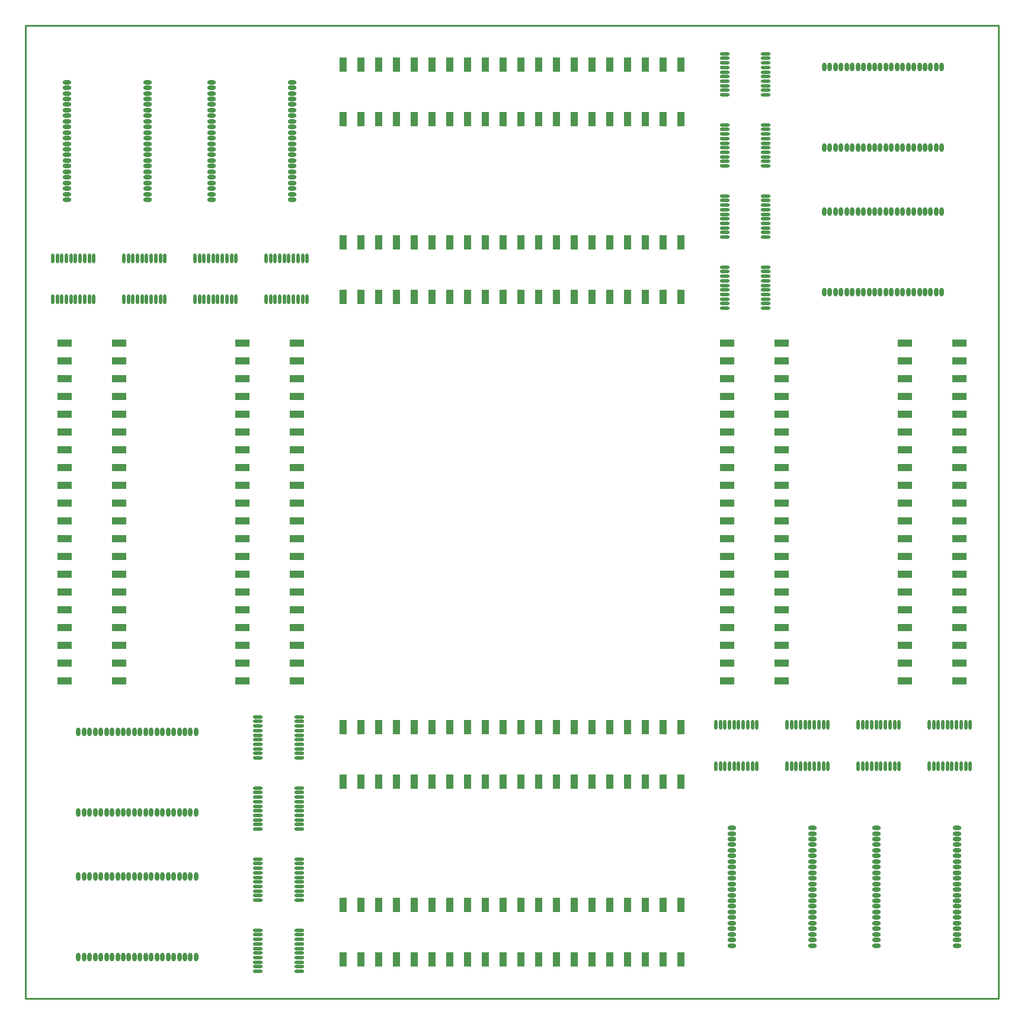
<source format=gtp>
G04 Layer_Color=8421504*
%FSLAX25Y25*%
%MOIN*%
G70*
G01*
G75*
%ADD10O,0.02461X0.04724*%
%ADD11O,0.04724X0.02461*%
%ADD12O,0.05512X0.01870*%
%ADD13O,0.01870X0.05512*%
%ADD14R,0.03937X0.07874*%
%ADD15R,0.07874X0.03937*%
%ADD17C,0.01000*%
D10*
X29929Y104862D02*
D03*
X33079D02*
D03*
X36228D02*
D03*
X39378D02*
D03*
X42528D02*
D03*
X45677D02*
D03*
X48827D02*
D03*
X51976D02*
D03*
X55126D02*
D03*
X58276D02*
D03*
X61425D02*
D03*
X64575D02*
D03*
X67724D02*
D03*
X70874D02*
D03*
X74024D02*
D03*
X77173D02*
D03*
X80323D02*
D03*
X83472D02*
D03*
X86622D02*
D03*
X89772D02*
D03*
X92921D02*
D03*
X96071D02*
D03*
X29929Y150138D02*
D03*
X33079D02*
D03*
X36228D02*
D03*
X39378D02*
D03*
X42528D02*
D03*
X45677D02*
D03*
X48827D02*
D03*
X51976D02*
D03*
X55126D02*
D03*
X58276D02*
D03*
X61425D02*
D03*
X64575D02*
D03*
X67724D02*
D03*
X70874D02*
D03*
X74024D02*
D03*
X77173D02*
D03*
X80323D02*
D03*
X83472D02*
D03*
X86622D02*
D03*
X89772D02*
D03*
X92921D02*
D03*
X96071D02*
D03*
X515571Y442638D02*
D03*
X512421D02*
D03*
X509272D02*
D03*
X506122D02*
D03*
X502972D02*
D03*
X499823D02*
D03*
X496673D02*
D03*
X493524D02*
D03*
X490374D02*
D03*
X487224D02*
D03*
X484075D02*
D03*
X480925D02*
D03*
X477776D02*
D03*
X474626D02*
D03*
X471476D02*
D03*
X468327D02*
D03*
X465177D02*
D03*
X462028D02*
D03*
X458878D02*
D03*
X455728D02*
D03*
X452579D02*
D03*
X449429D02*
D03*
X515571Y397362D02*
D03*
X512421D02*
D03*
X509272D02*
D03*
X506122D02*
D03*
X502972D02*
D03*
X499823D02*
D03*
X496673D02*
D03*
X493524D02*
D03*
X490374D02*
D03*
X487224D02*
D03*
X484075D02*
D03*
X480925D02*
D03*
X477776D02*
D03*
X474626D02*
D03*
X471476D02*
D03*
X468327D02*
D03*
X465177D02*
D03*
X462028D02*
D03*
X458878D02*
D03*
X455728D02*
D03*
X452579D02*
D03*
X449429D02*
D03*
Y478862D02*
D03*
X452579D02*
D03*
X455728D02*
D03*
X458878D02*
D03*
X462028D02*
D03*
X465177D02*
D03*
X468327D02*
D03*
X471476D02*
D03*
X474626D02*
D03*
X477776D02*
D03*
X480925D02*
D03*
X484075D02*
D03*
X487224D02*
D03*
X490374D02*
D03*
X493524D02*
D03*
X496673D02*
D03*
X499823D02*
D03*
X502972D02*
D03*
X506122D02*
D03*
X509272D02*
D03*
X512421D02*
D03*
X515571D02*
D03*
X449429Y524138D02*
D03*
X452579D02*
D03*
X455728D02*
D03*
X458878D02*
D03*
X462028D02*
D03*
X465177D02*
D03*
X468327D02*
D03*
X471476D02*
D03*
X474626D02*
D03*
X477776D02*
D03*
X480925D02*
D03*
X484075D02*
D03*
X487224D02*
D03*
X490374D02*
D03*
X493524D02*
D03*
X496673D02*
D03*
X499823D02*
D03*
X502972D02*
D03*
X506122D02*
D03*
X509272D02*
D03*
X512421D02*
D03*
X515571D02*
D03*
X96071Y68638D02*
D03*
X92921D02*
D03*
X89772D02*
D03*
X86622D02*
D03*
X83472D02*
D03*
X80323D02*
D03*
X77173D02*
D03*
X74024D02*
D03*
X70874D02*
D03*
X67724D02*
D03*
X64575D02*
D03*
X61425D02*
D03*
X58276D02*
D03*
X55126D02*
D03*
X51976D02*
D03*
X48827D02*
D03*
X45677D02*
D03*
X42528D02*
D03*
X39378D02*
D03*
X36228D02*
D03*
X33079D02*
D03*
X29929D02*
D03*
X96071Y23362D02*
D03*
X92921D02*
D03*
X89772D02*
D03*
X86622D02*
D03*
X83472D02*
D03*
X80323D02*
D03*
X77173D02*
D03*
X74024D02*
D03*
X70874D02*
D03*
X67724D02*
D03*
X64575D02*
D03*
X61425D02*
D03*
X58276D02*
D03*
X55126D02*
D03*
X51976D02*
D03*
X48827D02*
D03*
X45677D02*
D03*
X42528D02*
D03*
X39378D02*
D03*
X36228D02*
D03*
X33079D02*
D03*
X29929D02*
D03*
D11*
X478862Y96071D02*
D03*
Y92921D02*
D03*
Y89772D02*
D03*
Y86622D02*
D03*
Y83472D02*
D03*
Y80323D02*
D03*
Y77173D02*
D03*
Y74024D02*
D03*
Y70874D02*
D03*
Y67724D02*
D03*
Y64575D02*
D03*
Y61425D02*
D03*
Y58276D02*
D03*
Y55126D02*
D03*
Y51976D02*
D03*
Y48827D02*
D03*
Y45677D02*
D03*
Y42528D02*
D03*
Y39378D02*
D03*
Y36228D02*
D03*
Y33079D02*
D03*
Y29929D02*
D03*
X524138Y96071D02*
D03*
Y92921D02*
D03*
Y89772D02*
D03*
Y86622D02*
D03*
Y83472D02*
D03*
Y80323D02*
D03*
Y77173D02*
D03*
Y74024D02*
D03*
Y70874D02*
D03*
Y67724D02*
D03*
Y64575D02*
D03*
Y61425D02*
D03*
Y58276D02*
D03*
Y55126D02*
D03*
Y51976D02*
D03*
Y48827D02*
D03*
Y45677D02*
D03*
Y42528D02*
D03*
Y39378D02*
D03*
Y36228D02*
D03*
Y33079D02*
D03*
Y29929D02*
D03*
X23362Y515571D02*
D03*
Y512421D02*
D03*
Y509272D02*
D03*
Y506122D02*
D03*
Y502972D02*
D03*
Y499823D02*
D03*
Y496673D02*
D03*
Y493524D02*
D03*
Y490374D02*
D03*
Y487224D02*
D03*
Y484075D02*
D03*
Y480925D02*
D03*
Y477776D02*
D03*
Y474626D02*
D03*
Y471476D02*
D03*
Y468327D02*
D03*
Y465177D02*
D03*
Y462028D02*
D03*
Y458878D02*
D03*
Y455728D02*
D03*
Y452579D02*
D03*
Y449429D02*
D03*
X68638Y515571D02*
D03*
Y512421D02*
D03*
Y509272D02*
D03*
Y506122D02*
D03*
Y502972D02*
D03*
Y499823D02*
D03*
Y496673D02*
D03*
Y493524D02*
D03*
Y490374D02*
D03*
Y487224D02*
D03*
Y484075D02*
D03*
Y480925D02*
D03*
Y477776D02*
D03*
Y474626D02*
D03*
Y471476D02*
D03*
Y468327D02*
D03*
Y465177D02*
D03*
Y462028D02*
D03*
Y458878D02*
D03*
Y455728D02*
D03*
Y452579D02*
D03*
Y449429D02*
D03*
X150138D02*
D03*
Y452579D02*
D03*
Y455728D02*
D03*
Y458878D02*
D03*
Y462028D02*
D03*
Y465177D02*
D03*
Y468327D02*
D03*
Y471476D02*
D03*
Y474626D02*
D03*
Y477776D02*
D03*
Y480925D02*
D03*
Y484075D02*
D03*
Y487224D02*
D03*
Y490374D02*
D03*
Y493524D02*
D03*
Y496673D02*
D03*
Y499823D02*
D03*
Y502972D02*
D03*
Y506122D02*
D03*
Y509272D02*
D03*
Y512421D02*
D03*
Y515571D02*
D03*
X104862Y449429D02*
D03*
Y452579D02*
D03*
Y455728D02*
D03*
Y458878D02*
D03*
Y462028D02*
D03*
Y465177D02*
D03*
Y468327D02*
D03*
Y471476D02*
D03*
Y474626D02*
D03*
Y477776D02*
D03*
Y480925D02*
D03*
Y484075D02*
D03*
Y487224D02*
D03*
Y490374D02*
D03*
Y493524D02*
D03*
Y496673D02*
D03*
Y499823D02*
D03*
Y502972D02*
D03*
Y506122D02*
D03*
Y509272D02*
D03*
Y512421D02*
D03*
Y515571D02*
D03*
X442638Y29929D02*
D03*
Y33079D02*
D03*
Y36228D02*
D03*
Y39378D02*
D03*
Y42528D02*
D03*
Y45677D02*
D03*
Y48827D02*
D03*
Y51976D02*
D03*
Y55126D02*
D03*
Y58276D02*
D03*
Y61425D02*
D03*
Y64575D02*
D03*
Y67724D02*
D03*
Y70874D02*
D03*
Y74024D02*
D03*
Y77173D02*
D03*
Y80323D02*
D03*
Y83472D02*
D03*
Y86622D02*
D03*
Y89772D02*
D03*
Y92921D02*
D03*
Y96071D02*
D03*
X397362Y29929D02*
D03*
Y33079D02*
D03*
Y36228D02*
D03*
Y39378D02*
D03*
Y42528D02*
D03*
Y45677D02*
D03*
Y48827D02*
D03*
Y51976D02*
D03*
Y55126D02*
D03*
Y58276D02*
D03*
Y61425D02*
D03*
Y64575D02*
D03*
Y67724D02*
D03*
Y70874D02*
D03*
Y74024D02*
D03*
Y77173D02*
D03*
Y80323D02*
D03*
Y83472D02*
D03*
Y86622D02*
D03*
Y89772D02*
D03*
Y92921D02*
D03*
Y96071D02*
D03*
D12*
X130886Y38516D02*
D03*
Y35957D02*
D03*
Y33398D02*
D03*
Y30839D02*
D03*
Y28280D02*
D03*
Y25720D02*
D03*
Y23161D02*
D03*
Y20602D02*
D03*
Y18043D02*
D03*
Y15484D02*
D03*
X154114Y38516D02*
D03*
Y35957D02*
D03*
Y33398D02*
D03*
Y30839D02*
D03*
Y28280D02*
D03*
Y25720D02*
D03*
Y23161D02*
D03*
Y20602D02*
D03*
Y18043D02*
D03*
Y15484D02*
D03*
X130886Y78516D02*
D03*
Y75957D02*
D03*
Y73398D02*
D03*
Y70839D02*
D03*
Y68280D02*
D03*
Y65720D02*
D03*
Y63161D02*
D03*
Y60602D02*
D03*
Y58043D02*
D03*
Y55484D02*
D03*
X154114Y78516D02*
D03*
Y75957D02*
D03*
Y73398D02*
D03*
Y70839D02*
D03*
Y68280D02*
D03*
Y65720D02*
D03*
Y63161D02*
D03*
Y60602D02*
D03*
Y58043D02*
D03*
Y55484D02*
D03*
X130886Y118516D02*
D03*
Y115957D02*
D03*
Y113398D02*
D03*
Y110839D02*
D03*
Y108280D02*
D03*
Y105720D02*
D03*
Y103161D02*
D03*
Y100602D02*
D03*
Y98043D02*
D03*
Y95484D02*
D03*
X154114Y118516D02*
D03*
Y115957D02*
D03*
Y113398D02*
D03*
Y110839D02*
D03*
Y108280D02*
D03*
Y105720D02*
D03*
Y103161D02*
D03*
Y100602D02*
D03*
Y98043D02*
D03*
Y95484D02*
D03*
X130886Y158516D02*
D03*
Y155957D02*
D03*
Y153398D02*
D03*
Y150839D02*
D03*
Y148280D02*
D03*
Y145720D02*
D03*
Y143161D02*
D03*
Y140602D02*
D03*
Y138043D02*
D03*
Y135484D02*
D03*
X154114Y158516D02*
D03*
Y155957D02*
D03*
Y153398D02*
D03*
Y150839D02*
D03*
Y148280D02*
D03*
Y145720D02*
D03*
Y143161D02*
D03*
Y140602D02*
D03*
Y138043D02*
D03*
Y135484D02*
D03*
X416614Y388484D02*
D03*
Y391043D02*
D03*
Y393602D02*
D03*
Y396161D02*
D03*
Y398720D02*
D03*
Y401280D02*
D03*
Y403839D02*
D03*
Y406398D02*
D03*
Y408957D02*
D03*
Y411516D02*
D03*
X393386Y388484D02*
D03*
Y391043D02*
D03*
Y393602D02*
D03*
Y396161D02*
D03*
Y398720D02*
D03*
Y401280D02*
D03*
Y403839D02*
D03*
Y406398D02*
D03*
Y408957D02*
D03*
Y411516D02*
D03*
X416614Y508484D02*
D03*
Y511043D02*
D03*
Y513602D02*
D03*
Y516161D02*
D03*
Y518720D02*
D03*
Y521280D02*
D03*
Y523839D02*
D03*
Y526398D02*
D03*
Y528957D02*
D03*
Y531516D02*
D03*
X393386Y508484D02*
D03*
Y511043D02*
D03*
Y513602D02*
D03*
Y516161D02*
D03*
Y518720D02*
D03*
Y521280D02*
D03*
Y523839D02*
D03*
Y526398D02*
D03*
Y528957D02*
D03*
Y531516D02*
D03*
X416614Y468484D02*
D03*
Y471043D02*
D03*
Y473602D02*
D03*
Y476161D02*
D03*
Y478720D02*
D03*
Y481280D02*
D03*
Y483839D02*
D03*
Y486398D02*
D03*
Y488957D02*
D03*
Y491516D02*
D03*
X393386Y468484D02*
D03*
Y471043D02*
D03*
Y473602D02*
D03*
Y476161D02*
D03*
Y478720D02*
D03*
Y481280D02*
D03*
Y483839D02*
D03*
Y486398D02*
D03*
Y488957D02*
D03*
Y491516D02*
D03*
X416614Y428484D02*
D03*
Y431043D02*
D03*
Y433602D02*
D03*
Y436161D02*
D03*
Y438720D02*
D03*
Y441280D02*
D03*
Y443839D02*
D03*
Y446398D02*
D03*
Y448957D02*
D03*
Y451516D02*
D03*
X393386Y428484D02*
D03*
Y431043D02*
D03*
Y433602D02*
D03*
Y436161D02*
D03*
Y438720D02*
D03*
Y441280D02*
D03*
Y443839D02*
D03*
Y446398D02*
D03*
Y448957D02*
D03*
Y451516D02*
D03*
D13*
X508484Y130886D02*
D03*
X511043D02*
D03*
X513602D02*
D03*
X516161D02*
D03*
X518720D02*
D03*
X521280D02*
D03*
X523839D02*
D03*
X526398D02*
D03*
X528957D02*
D03*
X531516D02*
D03*
X508484Y154114D02*
D03*
X511043D02*
D03*
X513602D02*
D03*
X516161D02*
D03*
X518720D02*
D03*
X521280D02*
D03*
X523839D02*
D03*
X526398D02*
D03*
X528957D02*
D03*
X531516D02*
D03*
X468484Y130886D02*
D03*
X471043D02*
D03*
X473602D02*
D03*
X476161D02*
D03*
X478720D02*
D03*
X481280D02*
D03*
X483839D02*
D03*
X486398D02*
D03*
X488957D02*
D03*
X491516D02*
D03*
X468484Y154114D02*
D03*
X471043D02*
D03*
X473602D02*
D03*
X476161D02*
D03*
X478720D02*
D03*
X481280D02*
D03*
X483839D02*
D03*
X486398D02*
D03*
X488957D02*
D03*
X491516D02*
D03*
X428484Y130886D02*
D03*
X431043D02*
D03*
X433602D02*
D03*
X436161D02*
D03*
X438720D02*
D03*
X441280D02*
D03*
X443839D02*
D03*
X446398D02*
D03*
X448957D02*
D03*
X451516D02*
D03*
X428484Y154114D02*
D03*
X431043D02*
D03*
X433602D02*
D03*
X436161D02*
D03*
X438720D02*
D03*
X441280D02*
D03*
X443839D02*
D03*
X446398D02*
D03*
X448957D02*
D03*
X451516D02*
D03*
X388484Y130886D02*
D03*
X391043D02*
D03*
X393602D02*
D03*
X396161D02*
D03*
X398720D02*
D03*
X401280D02*
D03*
X403839D02*
D03*
X406398D02*
D03*
X408957D02*
D03*
X411516D02*
D03*
X388484Y154114D02*
D03*
X391043D02*
D03*
X393602D02*
D03*
X396161D02*
D03*
X398720D02*
D03*
X401280D02*
D03*
X403839D02*
D03*
X406398D02*
D03*
X408957D02*
D03*
X411516D02*
D03*
X38516Y416614D02*
D03*
X35957D02*
D03*
X33398D02*
D03*
X30839D02*
D03*
X28280D02*
D03*
X25720D02*
D03*
X23161D02*
D03*
X20602D02*
D03*
X18043D02*
D03*
X15484D02*
D03*
X38516Y393386D02*
D03*
X35957D02*
D03*
X33398D02*
D03*
X30839D02*
D03*
X28280D02*
D03*
X25720D02*
D03*
X23161D02*
D03*
X20602D02*
D03*
X18043D02*
D03*
X15484D02*
D03*
X78516Y416614D02*
D03*
X75957D02*
D03*
X73398D02*
D03*
X70839D02*
D03*
X68280D02*
D03*
X65720D02*
D03*
X63161D02*
D03*
X60602D02*
D03*
X58043D02*
D03*
X55484D02*
D03*
X78516Y393386D02*
D03*
X75957D02*
D03*
X73398D02*
D03*
X70839D02*
D03*
X68280D02*
D03*
X65720D02*
D03*
X63161D02*
D03*
X60602D02*
D03*
X58043D02*
D03*
X55484D02*
D03*
X118516Y416614D02*
D03*
X115957D02*
D03*
X113398D02*
D03*
X110839D02*
D03*
X108280D02*
D03*
X105720D02*
D03*
X103161D02*
D03*
X100602D02*
D03*
X98043D02*
D03*
X95484D02*
D03*
X118516Y393386D02*
D03*
X115957D02*
D03*
X113398D02*
D03*
X110839D02*
D03*
X108280D02*
D03*
X105720D02*
D03*
X103161D02*
D03*
X100602D02*
D03*
X98043D02*
D03*
X95484D02*
D03*
X158516Y416614D02*
D03*
X155957D02*
D03*
X153398D02*
D03*
X150839D02*
D03*
X148280D02*
D03*
X145720D02*
D03*
X143161D02*
D03*
X140602D02*
D03*
X138043D02*
D03*
X135484D02*
D03*
X158516Y393386D02*
D03*
X155957D02*
D03*
X153398D02*
D03*
X150839D02*
D03*
X148280D02*
D03*
X145720D02*
D03*
X143161D02*
D03*
X140602D02*
D03*
X138043D02*
D03*
X135484D02*
D03*
D14*
X218750Y22146D02*
D03*
X198750D02*
D03*
X188750D02*
D03*
X178750D02*
D03*
X208750D02*
D03*
X258750D02*
D03*
X228750D02*
D03*
X238750D02*
D03*
X248750D02*
D03*
X268750D02*
D03*
X308750D02*
D03*
X278750D02*
D03*
X288750D02*
D03*
X298750D02*
D03*
X318750D02*
D03*
X358750D02*
D03*
X328750D02*
D03*
X338750D02*
D03*
X348750D02*
D03*
X368750D02*
D03*
Y52854D02*
D03*
X348750D02*
D03*
X338750D02*
D03*
X328750D02*
D03*
X358750D02*
D03*
X318750D02*
D03*
X298750D02*
D03*
X288750D02*
D03*
X278750D02*
D03*
X308750D02*
D03*
X268750D02*
D03*
X248750D02*
D03*
X238750D02*
D03*
X228750D02*
D03*
X258750D02*
D03*
X208750D02*
D03*
X178750D02*
D03*
X188750D02*
D03*
X198750D02*
D03*
X218750D02*
D03*
Y122146D02*
D03*
X198750D02*
D03*
X188750D02*
D03*
X178750D02*
D03*
X208750D02*
D03*
X258750D02*
D03*
X228750D02*
D03*
X238750D02*
D03*
X248750D02*
D03*
X268750D02*
D03*
X308750D02*
D03*
X278750D02*
D03*
X288750D02*
D03*
X298750D02*
D03*
X318750D02*
D03*
X358750D02*
D03*
X328750D02*
D03*
X338750D02*
D03*
X348750D02*
D03*
X368750D02*
D03*
Y152854D02*
D03*
X348750D02*
D03*
X338750D02*
D03*
X328750D02*
D03*
X358750D02*
D03*
X318750D02*
D03*
X298750D02*
D03*
X288750D02*
D03*
X278750D02*
D03*
X308750D02*
D03*
X268750D02*
D03*
X248750D02*
D03*
X238750D02*
D03*
X228750D02*
D03*
X258750D02*
D03*
X208750D02*
D03*
X178750D02*
D03*
X188750D02*
D03*
X198750D02*
D03*
X218750D02*
D03*
X328750Y425354D02*
D03*
X348750D02*
D03*
X358750D02*
D03*
X368750D02*
D03*
X338750D02*
D03*
X288750D02*
D03*
X318750D02*
D03*
X308750D02*
D03*
X298750D02*
D03*
X278750D02*
D03*
X238750D02*
D03*
X268750D02*
D03*
X258750D02*
D03*
X248750D02*
D03*
X228750D02*
D03*
X188750D02*
D03*
X218750D02*
D03*
X208750D02*
D03*
X198750D02*
D03*
X178750D02*
D03*
Y394646D02*
D03*
X198750D02*
D03*
X208750D02*
D03*
X218750D02*
D03*
X188750D02*
D03*
X228750D02*
D03*
X248750D02*
D03*
X258750D02*
D03*
X268750D02*
D03*
X238750D02*
D03*
X278750D02*
D03*
X298750D02*
D03*
X308750D02*
D03*
X318750D02*
D03*
X288750D02*
D03*
X338750D02*
D03*
X368750D02*
D03*
X358750D02*
D03*
X348750D02*
D03*
X328750D02*
D03*
Y525354D02*
D03*
X348750D02*
D03*
X358750D02*
D03*
X368750D02*
D03*
X338750D02*
D03*
X288750D02*
D03*
X318750D02*
D03*
X308750D02*
D03*
X298750D02*
D03*
X278750D02*
D03*
X238750D02*
D03*
X268750D02*
D03*
X258750D02*
D03*
X248750D02*
D03*
X228750D02*
D03*
X188750D02*
D03*
X218750D02*
D03*
X208750D02*
D03*
X198750D02*
D03*
X178750D02*
D03*
Y494646D02*
D03*
X198750D02*
D03*
X208750D02*
D03*
X218750D02*
D03*
X188750D02*
D03*
X228750D02*
D03*
X248750D02*
D03*
X258750D02*
D03*
X268750D02*
D03*
X238750D02*
D03*
X278750D02*
D03*
X298750D02*
D03*
X308750D02*
D03*
X318750D02*
D03*
X288750D02*
D03*
X338750D02*
D03*
X368750D02*
D03*
X358750D02*
D03*
X348750D02*
D03*
X328750D02*
D03*
D15*
X525354Y218750D02*
D03*
Y198750D02*
D03*
Y188750D02*
D03*
Y178750D02*
D03*
Y208750D02*
D03*
Y258750D02*
D03*
Y228750D02*
D03*
Y238750D02*
D03*
Y248750D02*
D03*
Y268750D02*
D03*
Y308750D02*
D03*
Y278750D02*
D03*
Y288750D02*
D03*
Y298750D02*
D03*
Y318750D02*
D03*
Y358750D02*
D03*
Y328750D02*
D03*
Y338750D02*
D03*
Y348750D02*
D03*
Y368750D02*
D03*
X494646D02*
D03*
Y348750D02*
D03*
Y338750D02*
D03*
Y328750D02*
D03*
Y358750D02*
D03*
Y318750D02*
D03*
Y298750D02*
D03*
Y288750D02*
D03*
Y278750D02*
D03*
Y308750D02*
D03*
Y268750D02*
D03*
Y248750D02*
D03*
Y238750D02*
D03*
Y228750D02*
D03*
Y258750D02*
D03*
Y208750D02*
D03*
Y178750D02*
D03*
Y188750D02*
D03*
Y198750D02*
D03*
Y218750D02*
D03*
X425354D02*
D03*
Y198750D02*
D03*
Y188750D02*
D03*
Y178750D02*
D03*
Y208750D02*
D03*
Y258750D02*
D03*
Y228750D02*
D03*
Y238750D02*
D03*
Y248750D02*
D03*
Y268750D02*
D03*
Y308750D02*
D03*
Y278750D02*
D03*
Y288750D02*
D03*
Y298750D02*
D03*
Y318750D02*
D03*
Y358750D02*
D03*
Y328750D02*
D03*
Y338750D02*
D03*
Y348750D02*
D03*
Y368750D02*
D03*
X394646D02*
D03*
Y348750D02*
D03*
Y338750D02*
D03*
Y328750D02*
D03*
Y358750D02*
D03*
Y318750D02*
D03*
Y298750D02*
D03*
Y288750D02*
D03*
Y278750D02*
D03*
Y308750D02*
D03*
Y268750D02*
D03*
Y248750D02*
D03*
Y238750D02*
D03*
Y228750D02*
D03*
Y258750D02*
D03*
Y208750D02*
D03*
Y178750D02*
D03*
Y188750D02*
D03*
Y198750D02*
D03*
Y218750D02*
D03*
X22146Y328750D02*
D03*
Y348750D02*
D03*
Y358750D02*
D03*
Y368750D02*
D03*
Y338750D02*
D03*
Y288750D02*
D03*
Y318750D02*
D03*
Y308750D02*
D03*
Y298750D02*
D03*
Y278750D02*
D03*
Y238750D02*
D03*
Y268750D02*
D03*
Y258750D02*
D03*
Y248750D02*
D03*
Y228750D02*
D03*
Y188750D02*
D03*
Y218750D02*
D03*
Y208750D02*
D03*
Y198750D02*
D03*
Y178750D02*
D03*
X52854D02*
D03*
Y198750D02*
D03*
Y208750D02*
D03*
Y218750D02*
D03*
Y188750D02*
D03*
Y228750D02*
D03*
Y248750D02*
D03*
Y258750D02*
D03*
Y268750D02*
D03*
Y238750D02*
D03*
Y278750D02*
D03*
Y298750D02*
D03*
Y308750D02*
D03*
Y318750D02*
D03*
Y288750D02*
D03*
Y338750D02*
D03*
Y368750D02*
D03*
Y358750D02*
D03*
Y348750D02*
D03*
Y328750D02*
D03*
X122146D02*
D03*
Y348750D02*
D03*
Y358750D02*
D03*
Y368750D02*
D03*
Y338750D02*
D03*
Y288750D02*
D03*
Y318750D02*
D03*
Y308750D02*
D03*
Y298750D02*
D03*
Y278750D02*
D03*
Y238750D02*
D03*
Y268750D02*
D03*
Y258750D02*
D03*
Y248750D02*
D03*
Y228750D02*
D03*
Y188750D02*
D03*
Y218750D02*
D03*
Y208750D02*
D03*
Y198750D02*
D03*
Y178750D02*
D03*
X152854D02*
D03*
Y198750D02*
D03*
Y208750D02*
D03*
Y218750D02*
D03*
Y188750D02*
D03*
Y228750D02*
D03*
Y248750D02*
D03*
Y258750D02*
D03*
Y268750D02*
D03*
Y238750D02*
D03*
Y278750D02*
D03*
Y298750D02*
D03*
Y308750D02*
D03*
Y318750D02*
D03*
Y288750D02*
D03*
Y338750D02*
D03*
Y368750D02*
D03*
Y358750D02*
D03*
Y348750D02*
D03*
Y328750D02*
D03*
D17*
X0Y0D02*
Y547500D01*
X547500D01*
Y0D02*
Y547500D01*
X0Y0D02*
X547500D01*
M02*

</source>
